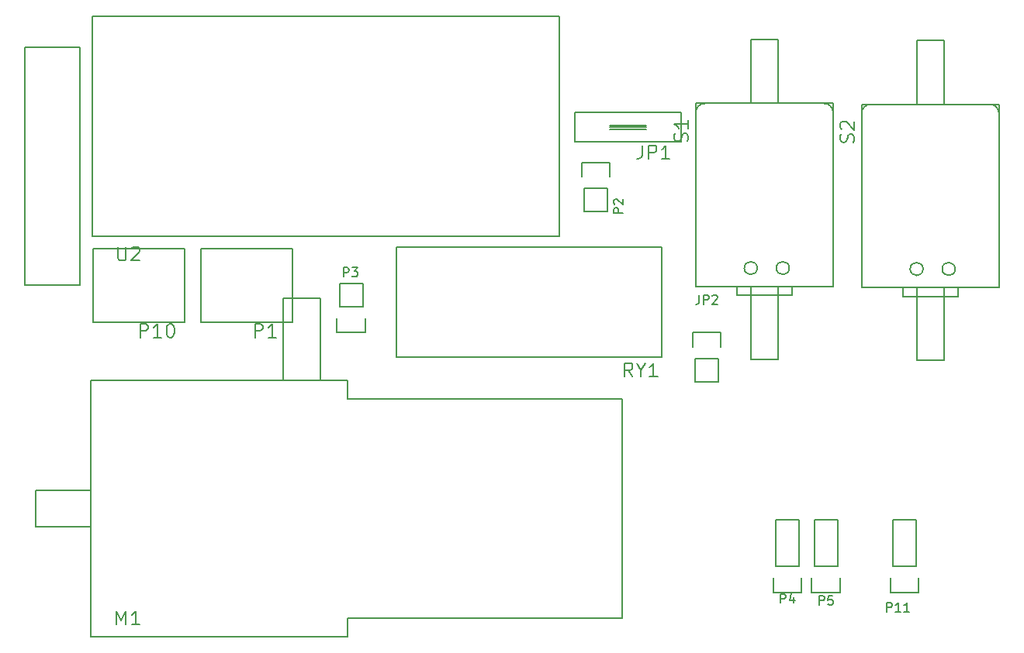
<source format=gto>
G04 #@! TF.FileFunction,Legend,Top*
%FSLAX46Y46*%
G04 Gerber Fmt 4.6, Leading zero omitted, Abs format (unit mm)*
G04 Created by KiCad (PCBNEW 4.0.1-stable) date 21.5.2016. 23:44:44*
%MOMM*%
G01*
G04 APERTURE LIST*
%ADD10C,0.100000*%
%ADD11C,0.150000*%
G04 APERTURE END LIST*
D10*
D11*
X106500000Y-94800000D02*
X106500000Y-88800000D01*
X106500000Y-88800000D02*
X135500000Y-88800000D01*
X135500000Y-88800000D02*
X135500000Y-100800000D01*
X135500000Y-100800000D02*
X106500000Y-100800000D01*
X106500000Y-100800000D02*
X106500000Y-94800000D01*
X66000000Y-93000000D02*
X72000000Y-93000000D01*
X72000000Y-93000000D02*
X72000000Y-67000000D01*
X72000000Y-67000000D02*
X66000000Y-67000000D01*
X66000000Y-67000000D02*
X66000000Y-93000000D01*
X141670000Y-100970000D02*
X141670000Y-103510000D01*
X141950000Y-98150000D02*
X141950000Y-99700000D01*
X141670000Y-100970000D02*
X139130000Y-100970000D01*
X138850000Y-99700000D02*
X138850000Y-98150000D01*
X138850000Y-98150000D02*
X141950000Y-98150000D01*
X139130000Y-100970000D02*
X139130000Y-103510000D01*
X139130000Y-103510000D02*
X141670000Y-103510000D01*
X95200000Y-93000000D02*
X95200000Y-97000000D01*
X95200000Y-97000000D02*
X85200000Y-97000000D01*
X85200000Y-97000000D02*
X85200000Y-89000000D01*
X85200000Y-89000000D02*
X95200000Y-89000000D01*
X95200000Y-89000000D02*
X95200000Y-93000000D01*
X129570000Y-82370000D02*
X129570000Y-84910000D01*
X129850000Y-79550000D02*
X129850000Y-81100000D01*
X129570000Y-82370000D02*
X127030000Y-82370000D01*
X126750000Y-81100000D02*
X126750000Y-79550000D01*
X126750000Y-79550000D02*
X129850000Y-79550000D01*
X127030000Y-82370000D02*
X127030000Y-84910000D01*
X127030000Y-84910000D02*
X129570000Y-84910000D01*
X100330000Y-95330000D02*
X100330000Y-92790000D01*
X100050000Y-98150000D02*
X100050000Y-96600000D01*
X100330000Y-95330000D02*
X102870000Y-95330000D01*
X103150000Y-96600000D02*
X103150000Y-98150000D01*
X103150000Y-98150000D02*
X100050000Y-98150000D01*
X102870000Y-95330000D02*
X102870000Y-92790000D01*
X102870000Y-92790000D02*
X100330000Y-92790000D01*
X150470000Y-123730000D02*
X150470000Y-118650000D01*
X150470000Y-118650000D02*
X147930000Y-118650000D01*
X147930000Y-118650000D02*
X147930000Y-123730000D01*
X147650000Y-126550000D02*
X147650000Y-125000000D01*
X147930000Y-123730000D02*
X150470000Y-123730000D01*
X150750000Y-125000000D02*
X150750000Y-126550000D01*
X150750000Y-126550000D02*
X147650000Y-126550000D01*
X154670000Y-123730000D02*
X154670000Y-118650000D01*
X154670000Y-118650000D02*
X152130000Y-118650000D01*
X152130000Y-118650000D02*
X152130000Y-123730000D01*
X151850000Y-126550000D02*
X151850000Y-125000000D01*
X152130000Y-123730000D02*
X154670000Y-123730000D01*
X154950000Y-125000000D02*
X154950000Y-126550000D01*
X154950000Y-126550000D02*
X151850000Y-126550000D01*
X83400000Y-93000000D02*
X83400000Y-97000000D01*
X83400000Y-97000000D02*
X73400000Y-97000000D01*
X73400000Y-97000000D02*
X73400000Y-89000000D01*
X73400000Y-89000000D02*
X83400000Y-89000000D01*
X83400000Y-89000000D02*
X83400000Y-93000000D01*
X163270000Y-123730000D02*
X163270000Y-118650000D01*
X163270000Y-118650000D02*
X160730000Y-118650000D01*
X160730000Y-118650000D02*
X160730000Y-123730000D01*
X160450000Y-126550000D02*
X160450000Y-125000000D01*
X160730000Y-123730000D02*
X163270000Y-123730000D01*
X163550000Y-125000000D02*
X163550000Y-126550000D01*
X163550000Y-126550000D02*
X160450000Y-126550000D01*
X73300000Y-75600000D02*
X73300000Y-63600000D01*
X73300000Y-63600000D02*
X124300000Y-63600000D01*
X124300000Y-63600000D02*
X124300000Y-87600000D01*
X124300000Y-87600000D02*
X73300000Y-87600000D01*
X73300000Y-87600000D02*
X73300000Y-75600000D01*
X98200000Y-103400000D02*
X98200000Y-94400000D01*
X98200000Y-94400000D02*
X94200000Y-94400000D01*
X94200000Y-94400000D02*
X94200000Y-103400000D01*
X73200000Y-115400000D02*
X67200000Y-115400000D01*
X67200000Y-115400000D02*
X67200000Y-119400000D01*
X67200000Y-119400000D02*
X73200000Y-119400000D01*
X73200000Y-117400000D02*
X73200000Y-103400000D01*
X73200000Y-103400000D02*
X101200000Y-103400000D01*
X101200000Y-103400000D02*
X101200000Y-105400000D01*
X101200000Y-105400000D02*
X131200000Y-105400000D01*
X131200000Y-105400000D02*
X131200000Y-129400000D01*
X131200000Y-129400000D02*
X102200000Y-129400000D01*
X102200000Y-129400000D02*
X101200000Y-129400000D01*
X101200000Y-129400000D02*
X101200000Y-131400000D01*
X101200000Y-131400000D02*
X73200000Y-131400000D01*
X73200000Y-131400000D02*
X73200000Y-117400000D01*
X145907107Y-91100000D02*
G75*
G03X145907107Y-91100000I-707107J0D01*
G01*
X149407107Y-91100000D02*
G75*
G03X149407107Y-91100000I-707107J0D01*
G01*
X140200000Y-73100000D02*
G75*
G03X139200000Y-74100000I0J-1000000D01*
G01*
X154200000Y-74100000D02*
G75*
G03X153200000Y-73100000I-1000000J0D01*
G01*
X149700000Y-93100000D02*
X149700000Y-94100000D01*
X149700000Y-94100000D02*
X144200000Y-94100000D01*
X144200000Y-94100000D02*
X143700000Y-94100000D01*
X143700000Y-94100000D02*
X143700000Y-93100000D01*
X148200000Y-93100000D02*
X148200000Y-101100000D01*
X148200000Y-101100000D02*
X145200000Y-101100000D01*
X145200000Y-101100000D02*
X145200000Y-93100000D01*
X148200000Y-73100000D02*
X148200000Y-66100000D01*
X148200000Y-66100000D02*
X145200000Y-66100000D01*
X145200000Y-66100000D02*
X145200000Y-73100000D01*
X146700000Y-73100000D02*
X154200000Y-73100000D01*
X154200000Y-73100000D02*
X154200000Y-93100000D01*
X154200000Y-93100000D02*
X139200000Y-93100000D01*
X139200000Y-93100000D02*
X139200000Y-73100000D01*
X139200000Y-73100000D02*
X146700000Y-73100000D01*
X164007107Y-91200000D02*
G75*
G03X164007107Y-91200000I-707107J0D01*
G01*
X167507107Y-91200000D02*
G75*
G03X167507107Y-91200000I-707107J0D01*
G01*
X158300000Y-73200000D02*
G75*
G03X157300000Y-74200000I0J-1000000D01*
G01*
X172300000Y-74200000D02*
G75*
G03X171300000Y-73200000I-1000000J0D01*
G01*
X167800000Y-93200000D02*
X167800000Y-94200000D01*
X167800000Y-94200000D02*
X162300000Y-94200000D01*
X162300000Y-94200000D02*
X161800000Y-94200000D01*
X161800000Y-94200000D02*
X161800000Y-93200000D01*
X166300000Y-93200000D02*
X166300000Y-101200000D01*
X166300000Y-101200000D02*
X163300000Y-101200000D01*
X163300000Y-101200000D02*
X163300000Y-93200000D01*
X166300000Y-73200000D02*
X166300000Y-66200000D01*
X166300000Y-66200000D02*
X163300000Y-66200000D01*
X163300000Y-66200000D02*
X163300000Y-73200000D01*
X164800000Y-73200000D02*
X172300000Y-73200000D01*
X172300000Y-73200000D02*
X172300000Y-93200000D01*
X172300000Y-93200000D02*
X157300000Y-93200000D01*
X157300000Y-93200000D02*
X157300000Y-73200000D01*
X157300000Y-73200000D02*
X164800000Y-73200000D01*
X137600000Y-77300000D02*
X137600000Y-74100000D01*
X137600000Y-74100000D02*
X126000000Y-74100000D01*
X126000000Y-74100000D02*
X126000000Y-77300000D01*
X126000000Y-77300000D02*
X137600000Y-77300000D01*
X133800000Y-75500000D02*
X129800000Y-75500000D01*
X133800000Y-75900000D02*
X129800000Y-75900000D01*
X133800000Y-75700000D02*
X129800000Y-75700000D01*
X132307144Y-102978571D02*
X131807144Y-102264286D01*
X131450001Y-102978571D02*
X131450001Y-101478571D01*
X132021429Y-101478571D01*
X132164287Y-101550000D01*
X132235715Y-101621429D01*
X132307144Y-101764286D01*
X132307144Y-101978571D01*
X132235715Y-102121429D01*
X132164287Y-102192857D01*
X132021429Y-102264286D01*
X131450001Y-102264286D01*
X133235715Y-102264286D02*
X133235715Y-102978571D01*
X132735715Y-101478571D02*
X133235715Y-102264286D01*
X133735715Y-101478571D01*
X135021429Y-102978571D02*
X134164286Y-102978571D01*
X134592858Y-102978571D02*
X134592858Y-101478571D01*
X134450001Y-101692857D01*
X134307143Y-101835714D01*
X134164286Y-101907143D01*
X139566667Y-94052381D02*
X139566667Y-94766667D01*
X139519047Y-94909524D01*
X139423809Y-95004762D01*
X139280952Y-95052381D01*
X139185714Y-95052381D01*
X140042857Y-95052381D02*
X140042857Y-94052381D01*
X140423810Y-94052381D01*
X140519048Y-94100000D01*
X140566667Y-94147619D01*
X140614286Y-94242857D01*
X140614286Y-94385714D01*
X140566667Y-94480952D01*
X140519048Y-94528571D01*
X140423810Y-94576190D01*
X140042857Y-94576190D01*
X140995238Y-94147619D02*
X141042857Y-94100000D01*
X141138095Y-94052381D01*
X141376191Y-94052381D01*
X141471429Y-94100000D01*
X141519048Y-94147619D01*
X141566667Y-94242857D01*
X141566667Y-94338095D01*
X141519048Y-94480952D01*
X140947619Y-95052381D01*
X141566667Y-95052381D01*
X91092858Y-98678571D02*
X91092858Y-97178571D01*
X91664286Y-97178571D01*
X91807144Y-97250000D01*
X91878572Y-97321429D01*
X91950001Y-97464286D01*
X91950001Y-97678571D01*
X91878572Y-97821429D01*
X91807144Y-97892857D01*
X91664286Y-97964286D01*
X91092858Y-97964286D01*
X93378572Y-98678571D02*
X92521429Y-98678571D01*
X92950001Y-98678571D02*
X92950001Y-97178571D01*
X92807144Y-97392857D01*
X92664286Y-97535714D01*
X92521429Y-97607143D01*
X131252381Y-85088095D02*
X130252381Y-85088095D01*
X130252381Y-84707142D01*
X130300000Y-84611904D01*
X130347619Y-84564285D01*
X130442857Y-84516666D01*
X130585714Y-84516666D01*
X130680952Y-84564285D01*
X130728571Y-84611904D01*
X130776190Y-84707142D01*
X130776190Y-85088095D01*
X130347619Y-84135714D02*
X130300000Y-84088095D01*
X130252381Y-83992857D01*
X130252381Y-83754761D01*
X130300000Y-83659523D01*
X130347619Y-83611904D01*
X130442857Y-83564285D01*
X130538095Y-83564285D01*
X130680952Y-83611904D01*
X131252381Y-84183333D01*
X131252381Y-83564285D01*
X100761905Y-92052381D02*
X100761905Y-91052381D01*
X101142858Y-91052381D01*
X101238096Y-91100000D01*
X101285715Y-91147619D01*
X101333334Y-91242857D01*
X101333334Y-91385714D01*
X101285715Y-91480952D01*
X101238096Y-91528571D01*
X101142858Y-91576190D01*
X100761905Y-91576190D01*
X101666667Y-91052381D02*
X102285715Y-91052381D01*
X101952381Y-91433333D01*
X102095239Y-91433333D01*
X102190477Y-91480952D01*
X102238096Y-91528571D01*
X102285715Y-91623810D01*
X102285715Y-91861905D01*
X102238096Y-91957143D01*
X102190477Y-92004762D01*
X102095239Y-92052381D01*
X101809524Y-92052381D01*
X101714286Y-92004762D01*
X101666667Y-91957143D01*
X148461905Y-127712381D02*
X148461905Y-126712381D01*
X148842858Y-126712381D01*
X148938096Y-126760000D01*
X148985715Y-126807619D01*
X149033334Y-126902857D01*
X149033334Y-127045714D01*
X148985715Y-127140952D01*
X148938096Y-127188571D01*
X148842858Y-127236190D01*
X148461905Y-127236190D01*
X149890477Y-127045714D02*
X149890477Y-127712381D01*
X149652381Y-126664762D02*
X149414286Y-127379048D01*
X150033334Y-127379048D01*
X152661905Y-127912381D02*
X152661905Y-126912381D01*
X153042858Y-126912381D01*
X153138096Y-126960000D01*
X153185715Y-127007619D01*
X153233334Y-127102857D01*
X153233334Y-127245714D01*
X153185715Y-127340952D01*
X153138096Y-127388571D01*
X153042858Y-127436190D01*
X152661905Y-127436190D01*
X154138096Y-126912381D02*
X153661905Y-126912381D01*
X153614286Y-127388571D01*
X153661905Y-127340952D01*
X153757143Y-127293333D01*
X153995239Y-127293333D01*
X154090477Y-127340952D01*
X154138096Y-127388571D01*
X154185715Y-127483810D01*
X154185715Y-127721905D01*
X154138096Y-127817143D01*
X154090477Y-127864762D01*
X153995239Y-127912381D01*
X153757143Y-127912381D01*
X153661905Y-127864762D01*
X153614286Y-127817143D01*
X78578572Y-98678571D02*
X78578572Y-97178571D01*
X79150000Y-97178571D01*
X79292858Y-97250000D01*
X79364286Y-97321429D01*
X79435715Y-97464286D01*
X79435715Y-97678571D01*
X79364286Y-97821429D01*
X79292858Y-97892857D01*
X79150000Y-97964286D01*
X78578572Y-97964286D01*
X80864286Y-98678571D02*
X80007143Y-98678571D01*
X80435715Y-98678571D02*
X80435715Y-97178571D01*
X80292858Y-97392857D01*
X80150000Y-97535714D01*
X80007143Y-97607143D01*
X81792857Y-97178571D02*
X81935714Y-97178571D01*
X82078571Y-97250000D01*
X82150000Y-97321429D01*
X82221429Y-97464286D01*
X82292857Y-97750000D01*
X82292857Y-98107143D01*
X82221429Y-98392857D01*
X82150000Y-98535714D01*
X82078571Y-98607143D01*
X81935714Y-98678571D01*
X81792857Y-98678571D01*
X81650000Y-98607143D01*
X81578571Y-98535714D01*
X81507143Y-98392857D01*
X81435714Y-98107143D01*
X81435714Y-97750000D01*
X81507143Y-97464286D01*
X81578571Y-97321429D01*
X81650000Y-97250000D01*
X81792857Y-97178571D01*
X160035714Y-128662381D02*
X160035714Y-127662381D01*
X160416667Y-127662381D01*
X160511905Y-127710000D01*
X160559524Y-127757619D01*
X160607143Y-127852857D01*
X160607143Y-127995714D01*
X160559524Y-128090952D01*
X160511905Y-128138571D01*
X160416667Y-128186190D01*
X160035714Y-128186190D01*
X161559524Y-128662381D02*
X160988095Y-128662381D01*
X161273809Y-128662381D02*
X161273809Y-127662381D01*
X161178571Y-127805238D01*
X161083333Y-127900476D01*
X160988095Y-127948095D01*
X162511905Y-128662381D02*
X161940476Y-128662381D01*
X162226190Y-128662381D02*
X162226190Y-127662381D01*
X162130952Y-127805238D01*
X162035714Y-127900476D01*
X161940476Y-127948095D01*
X76157143Y-88778571D02*
X76157143Y-89992857D01*
X76228571Y-90135714D01*
X76300000Y-90207143D01*
X76442857Y-90278571D01*
X76728571Y-90278571D01*
X76871429Y-90207143D01*
X76942857Y-90135714D01*
X77014286Y-89992857D01*
X77014286Y-88778571D01*
X77657143Y-88921429D02*
X77728572Y-88850000D01*
X77871429Y-88778571D01*
X78228572Y-88778571D01*
X78371429Y-88850000D01*
X78442858Y-88921429D01*
X78514286Y-89064286D01*
X78514286Y-89207143D01*
X78442858Y-89421429D01*
X77585715Y-90278571D01*
X78514286Y-90278571D01*
X75985715Y-130078571D02*
X75985715Y-128578571D01*
X76485715Y-129650000D01*
X76985715Y-128578571D01*
X76985715Y-130078571D01*
X78485715Y-130078571D02*
X77628572Y-130078571D01*
X78057144Y-130078571D02*
X78057144Y-128578571D01*
X77914287Y-128792857D01*
X77771429Y-128935714D01*
X77628572Y-129007143D01*
X138307143Y-77242857D02*
X138378571Y-77028571D01*
X138378571Y-76671428D01*
X138307143Y-76528571D01*
X138235714Y-76457142D01*
X138092857Y-76385714D01*
X137950000Y-76385714D01*
X137807143Y-76457142D01*
X137735714Y-76528571D01*
X137664286Y-76671428D01*
X137592857Y-76957142D01*
X137521429Y-77100000D01*
X137450000Y-77171428D01*
X137307143Y-77242857D01*
X137164286Y-77242857D01*
X137021429Y-77171428D01*
X136950000Y-77100000D01*
X136878571Y-76957142D01*
X136878571Y-76600000D01*
X136950000Y-76385714D01*
X138378571Y-74957143D02*
X138378571Y-75814286D01*
X138378571Y-75385714D02*
X136878571Y-75385714D01*
X137092857Y-75528571D01*
X137235714Y-75671429D01*
X137307143Y-75814286D01*
X156407143Y-77342857D02*
X156478571Y-77128571D01*
X156478571Y-76771428D01*
X156407143Y-76628571D01*
X156335714Y-76557142D01*
X156192857Y-76485714D01*
X156050000Y-76485714D01*
X155907143Y-76557142D01*
X155835714Y-76628571D01*
X155764286Y-76771428D01*
X155692857Y-77057142D01*
X155621429Y-77200000D01*
X155550000Y-77271428D01*
X155407143Y-77342857D01*
X155264286Y-77342857D01*
X155121429Y-77271428D01*
X155050000Y-77200000D01*
X154978571Y-77057142D01*
X154978571Y-76700000D01*
X155050000Y-76485714D01*
X155121429Y-75914286D02*
X155050000Y-75842857D01*
X154978571Y-75700000D01*
X154978571Y-75342857D01*
X155050000Y-75200000D01*
X155121429Y-75128571D01*
X155264286Y-75057143D01*
X155407143Y-75057143D01*
X155621429Y-75128571D01*
X156478571Y-75985714D01*
X156478571Y-75057143D01*
X133350000Y-77678571D02*
X133350000Y-78750000D01*
X133278572Y-78964286D01*
X133135715Y-79107143D01*
X132921429Y-79178571D01*
X132778572Y-79178571D01*
X134064286Y-79178571D02*
X134064286Y-77678571D01*
X134635714Y-77678571D01*
X134778572Y-77750000D01*
X134850000Y-77821429D01*
X134921429Y-77964286D01*
X134921429Y-78178571D01*
X134850000Y-78321429D01*
X134778572Y-78392857D01*
X134635714Y-78464286D01*
X134064286Y-78464286D01*
X136350000Y-79178571D02*
X135492857Y-79178571D01*
X135921429Y-79178571D02*
X135921429Y-77678571D01*
X135778572Y-77892857D01*
X135635714Y-78035714D01*
X135492857Y-78107143D01*
M02*

</source>
